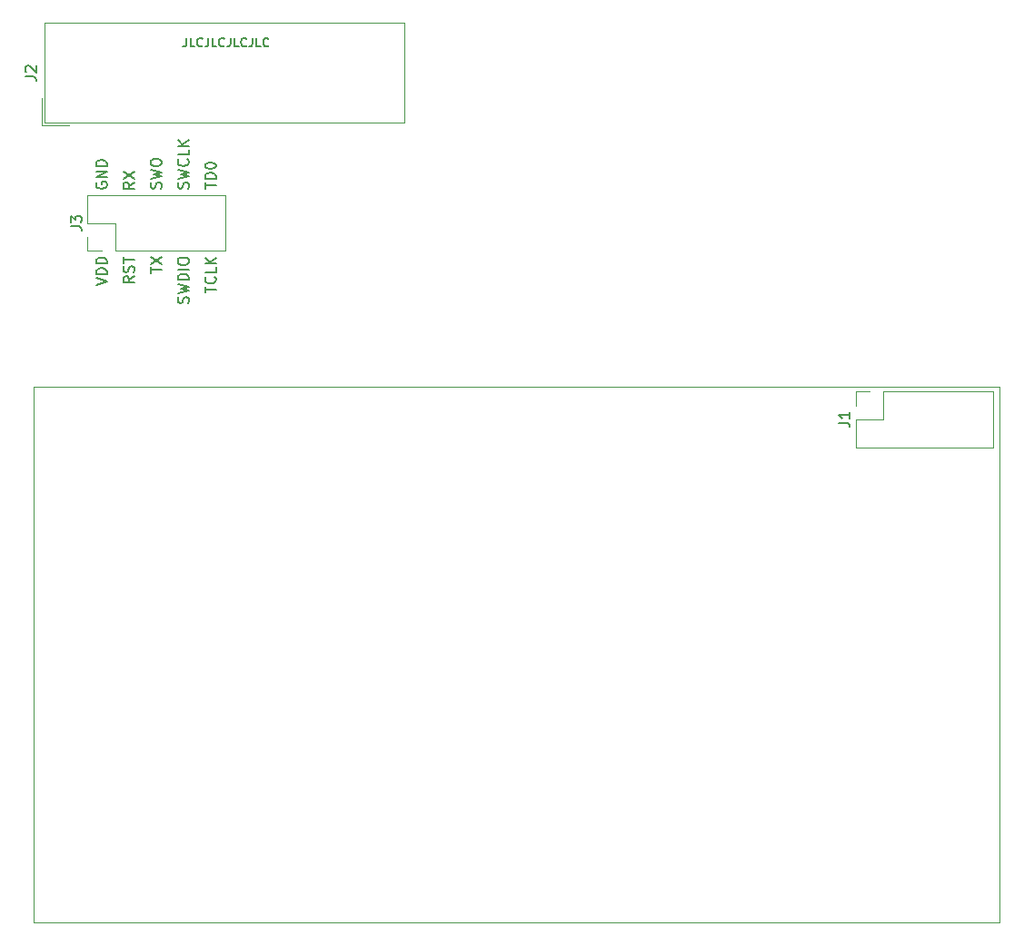
<source format=gbr>
G04 #@! TF.GenerationSoftware,KiCad,Pcbnew,5.1.5+dfsg1-2*
G04 #@! TF.CreationDate,2020-01-29T19:29:29+03:00*
G04 #@! TF.ProjectId,test-jig,74657374-2d6a-4696-972e-6b696361645f,rev?*
G04 #@! TF.SameCoordinates,Original*
G04 #@! TF.FileFunction,Legend,Top*
G04 #@! TF.FilePolarity,Positive*
%FSLAX46Y46*%
G04 Gerber Fmt 4.6, Leading zero omitted, Abs format (unit mm)*
G04 Created by KiCad (PCBNEW 5.1.5+dfsg1-2) date 2020-01-29 19:29:29*
%MOMM*%
%LPD*%
G04 APERTURE LIST*
%ADD10C,0.150000*%
%ADD11C,0.180000*%
%ADD12C,0.120000*%
G04 APERTURE END LIST*
D10*
X119240761Y-57473904D02*
X119240761Y-58045333D01*
X119202666Y-58159619D01*
X119126476Y-58235809D01*
X119012190Y-58273904D01*
X118936000Y-58273904D01*
X120002666Y-58273904D02*
X119621714Y-58273904D01*
X119621714Y-57473904D01*
X120726476Y-58197714D02*
X120688380Y-58235809D01*
X120574095Y-58273904D01*
X120497904Y-58273904D01*
X120383619Y-58235809D01*
X120307428Y-58159619D01*
X120269333Y-58083428D01*
X120231238Y-57931047D01*
X120231238Y-57816761D01*
X120269333Y-57664380D01*
X120307428Y-57588190D01*
X120383619Y-57512000D01*
X120497904Y-57473904D01*
X120574095Y-57473904D01*
X120688380Y-57512000D01*
X120726476Y-57550095D01*
X121297904Y-57473904D02*
X121297904Y-58045333D01*
X121259809Y-58159619D01*
X121183619Y-58235809D01*
X121069333Y-58273904D01*
X120993142Y-58273904D01*
X122059809Y-58273904D02*
X121678857Y-58273904D01*
X121678857Y-57473904D01*
X122783619Y-58197714D02*
X122745523Y-58235809D01*
X122631238Y-58273904D01*
X122555047Y-58273904D01*
X122440761Y-58235809D01*
X122364571Y-58159619D01*
X122326476Y-58083428D01*
X122288380Y-57931047D01*
X122288380Y-57816761D01*
X122326476Y-57664380D01*
X122364571Y-57588190D01*
X122440761Y-57512000D01*
X122555047Y-57473904D01*
X122631238Y-57473904D01*
X122745523Y-57512000D01*
X122783619Y-57550095D01*
X123355047Y-57473904D02*
X123355047Y-58045333D01*
X123316952Y-58159619D01*
X123240761Y-58235809D01*
X123126476Y-58273904D01*
X123050285Y-58273904D01*
X124116952Y-58273904D02*
X123736000Y-58273904D01*
X123736000Y-57473904D01*
X124840761Y-58197714D02*
X124802666Y-58235809D01*
X124688380Y-58273904D01*
X124612190Y-58273904D01*
X124497904Y-58235809D01*
X124421714Y-58159619D01*
X124383619Y-58083428D01*
X124345523Y-57931047D01*
X124345523Y-57816761D01*
X124383619Y-57664380D01*
X124421714Y-57588190D01*
X124497904Y-57512000D01*
X124612190Y-57473904D01*
X124688380Y-57473904D01*
X124802666Y-57512000D01*
X124840761Y-57550095D01*
X125412190Y-57473904D02*
X125412190Y-58045333D01*
X125374095Y-58159619D01*
X125297904Y-58235809D01*
X125183619Y-58273904D01*
X125107428Y-58273904D01*
X126174095Y-58273904D02*
X125793142Y-58273904D01*
X125793142Y-57473904D01*
X126897904Y-58197714D02*
X126859809Y-58235809D01*
X126745523Y-58273904D01*
X126669333Y-58273904D01*
X126555047Y-58235809D01*
X126478857Y-58159619D01*
X126440761Y-58083428D01*
X126402666Y-57931047D01*
X126402666Y-57816761D01*
X126440761Y-57664380D01*
X126478857Y-57588190D01*
X126555047Y-57512000D01*
X126669333Y-57473904D01*
X126745523Y-57473904D01*
X126859809Y-57512000D01*
X126897904Y-57550095D01*
D11*
X120992380Y-81243190D02*
X120992380Y-80671761D01*
X121992380Y-80957476D02*
X120992380Y-80957476D01*
X121897142Y-79767000D02*
X121944761Y-79814619D01*
X121992380Y-79957476D01*
X121992380Y-80052714D01*
X121944761Y-80195571D01*
X121849523Y-80290809D01*
X121754285Y-80338428D01*
X121563809Y-80386047D01*
X121420952Y-80386047D01*
X121230476Y-80338428D01*
X121135238Y-80290809D01*
X121040000Y-80195571D01*
X120992380Y-80052714D01*
X120992380Y-79957476D01*
X121040000Y-79814619D01*
X121087619Y-79767000D01*
X121992380Y-78862238D02*
X121992380Y-79338428D01*
X120992380Y-79338428D01*
X121992380Y-78528904D02*
X120992380Y-78528904D01*
X121992380Y-77957476D02*
X121420952Y-78386047D01*
X120992380Y-77957476D02*
X121563809Y-78528904D01*
X119404761Y-82195571D02*
X119452380Y-82052714D01*
X119452380Y-81814619D01*
X119404761Y-81719380D01*
X119357142Y-81671761D01*
X119261904Y-81624142D01*
X119166666Y-81624142D01*
X119071428Y-81671761D01*
X119023809Y-81719380D01*
X118976190Y-81814619D01*
X118928571Y-82005095D01*
X118880952Y-82100333D01*
X118833333Y-82147952D01*
X118738095Y-82195571D01*
X118642857Y-82195571D01*
X118547619Y-82147952D01*
X118500000Y-82100333D01*
X118452380Y-82005095D01*
X118452380Y-81767000D01*
X118500000Y-81624142D01*
X118452380Y-81290809D02*
X119452380Y-81052714D01*
X118738095Y-80862238D01*
X119452380Y-80671761D01*
X118452380Y-80433666D01*
X119452380Y-80052714D02*
X118452380Y-80052714D01*
X118452380Y-79814619D01*
X118500000Y-79671761D01*
X118595238Y-79576523D01*
X118690476Y-79528904D01*
X118880952Y-79481285D01*
X119023809Y-79481285D01*
X119214285Y-79528904D01*
X119309523Y-79576523D01*
X119404761Y-79671761D01*
X119452380Y-79814619D01*
X119452380Y-80052714D01*
X119452380Y-79052714D02*
X118452380Y-79052714D01*
X118452380Y-78386047D02*
X118452380Y-78195571D01*
X118500000Y-78100333D01*
X118595238Y-78005095D01*
X118785714Y-77957476D01*
X119119047Y-77957476D01*
X119309523Y-78005095D01*
X119404761Y-78100333D01*
X119452380Y-78195571D01*
X119452380Y-78386047D01*
X119404761Y-78481285D01*
X119309523Y-78576523D01*
X119119047Y-78624142D01*
X118785714Y-78624142D01*
X118595238Y-78576523D01*
X118500000Y-78481285D01*
X118452380Y-78386047D01*
X115942880Y-79386047D02*
X115942880Y-78814619D01*
X116942880Y-79100333D02*
X115942880Y-79100333D01*
X115942880Y-78576523D02*
X116942880Y-77909857D01*
X115942880Y-77909857D02*
X116942880Y-78576523D01*
X114372380Y-79713761D02*
X113896190Y-80047095D01*
X114372380Y-80285190D02*
X113372380Y-80285190D01*
X113372380Y-79904238D01*
X113420000Y-79809000D01*
X113467619Y-79761380D01*
X113562857Y-79713761D01*
X113705714Y-79713761D01*
X113800952Y-79761380D01*
X113848571Y-79809000D01*
X113896190Y-79904238D01*
X113896190Y-80285190D01*
X114324761Y-79332809D02*
X114372380Y-79189952D01*
X114372380Y-78951857D01*
X114324761Y-78856619D01*
X114277142Y-78809000D01*
X114181904Y-78761380D01*
X114086666Y-78761380D01*
X113991428Y-78809000D01*
X113943809Y-78856619D01*
X113896190Y-78951857D01*
X113848571Y-79142333D01*
X113800952Y-79237571D01*
X113753333Y-79285190D01*
X113658095Y-79332809D01*
X113562857Y-79332809D01*
X113467619Y-79285190D01*
X113420000Y-79237571D01*
X113372380Y-79142333D01*
X113372380Y-78904238D01*
X113420000Y-78761380D01*
X113372380Y-78475666D02*
X113372380Y-77904238D01*
X114372380Y-78189952D02*
X113372380Y-78189952D01*
X110832380Y-80528904D02*
X111832380Y-80195571D01*
X110832380Y-79862238D01*
X111832380Y-79528904D02*
X110832380Y-79528904D01*
X110832380Y-79290809D01*
X110880000Y-79147952D01*
X110975238Y-79052714D01*
X111070476Y-79005095D01*
X111260952Y-78957476D01*
X111403809Y-78957476D01*
X111594285Y-79005095D01*
X111689523Y-79052714D01*
X111784761Y-79147952D01*
X111832380Y-79290809D01*
X111832380Y-79528904D01*
X111832380Y-78528904D02*
X110832380Y-78528904D01*
X110832380Y-78290809D01*
X110880000Y-78147952D01*
X110975238Y-78052714D01*
X111070476Y-78005095D01*
X111260952Y-77957476D01*
X111403809Y-77957476D01*
X111594285Y-78005095D01*
X111689523Y-78052714D01*
X111784761Y-78147952D01*
X111832380Y-78290809D01*
X111832380Y-78528904D01*
X120992380Y-71524404D02*
X120992380Y-70952976D01*
X121992380Y-71238690D02*
X120992380Y-71238690D01*
X121992380Y-70619642D02*
X120992380Y-70619642D01*
X120992380Y-70381547D01*
X121040000Y-70238690D01*
X121135238Y-70143452D01*
X121230476Y-70095833D01*
X121420952Y-70048214D01*
X121563809Y-70048214D01*
X121754285Y-70095833D01*
X121849523Y-70143452D01*
X121944761Y-70238690D01*
X121992380Y-70381547D01*
X121992380Y-70619642D01*
X120992380Y-69429166D02*
X120992380Y-69333928D01*
X121040000Y-69238690D01*
X121087619Y-69191071D01*
X121182857Y-69143452D01*
X121373333Y-69095833D01*
X121611428Y-69095833D01*
X121801904Y-69143452D01*
X121897142Y-69191071D01*
X121944761Y-69238690D01*
X121992380Y-69333928D01*
X121992380Y-69429166D01*
X121944761Y-69524404D01*
X121897142Y-69572023D01*
X121801904Y-69619642D01*
X121611428Y-69667261D01*
X121373333Y-69667261D01*
X121182857Y-69619642D01*
X121087619Y-69572023D01*
X121040000Y-69524404D01*
X120992380Y-69429166D01*
X119404761Y-71508404D02*
X119452380Y-71365547D01*
X119452380Y-71127452D01*
X119404761Y-71032214D01*
X119357142Y-70984595D01*
X119261904Y-70936976D01*
X119166666Y-70936976D01*
X119071428Y-70984595D01*
X119023809Y-71032214D01*
X118976190Y-71127452D01*
X118928571Y-71317928D01*
X118880952Y-71413166D01*
X118833333Y-71460785D01*
X118738095Y-71508404D01*
X118642857Y-71508404D01*
X118547619Y-71460785D01*
X118500000Y-71413166D01*
X118452380Y-71317928D01*
X118452380Y-71079833D01*
X118500000Y-70936976D01*
X118452380Y-70603642D02*
X119452380Y-70365547D01*
X118738095Y-70175071D01*
X119452380Y-69984595D01*
X118452380Y-69746500D01*
X119357142Y-68794119D02*
X119404761Y-68841738D01*
X119452380Y-68984595D01*
X119452380Y-69079833D01*
X119404761Y-69222690D01*
X119309523Y-69317928D01*
X119214285Y-69365547D01*
X119023809Y-69413166D01*
X118880952Y-69413166D01*
X118690476Y-69365547D01*
X118595238Y-69317928D01*
X118500000Y-69222690D01*
X118452380Y-69079833D01*
X118452380Y-68984595D01*
X118500000Y-68841738D01*
X118547619Y-68794119D01*
X119452380Y-67889357D02*
X119452380Y-68365547D01*
X118452380Y-68365547D01*
X119452380Y-67556023D02*
X118452380Y-67556023D01*
X119452380Y-66984595D02*
X118880952Y-67413166D01*
X118452380Y-66984595D02*
X119023809Y-67556023D01*
X116864761Y-71516452D02*
X116912380Y-71373595D01*
X116912380Y-71135500D01*
X116864761Y-71040261D01*
X116817142Y-70992642D01*
X116721904Y-70945023D01*
X116626666Y-70945023D01*
X116531428Y-70992642D01*
X116483809Y-71040261D01*
X116436190Y-71135500D01*
X116388571Y-71325976D01*
X116340952Y-71421214D01*
X116293333Y-71468833D01*
X116198095Y-71516452D01*
X116102857Y-71516452D01*
X116007619Y-71468833D01*
X115960000Y-71421214D01*
X115912380Y-71325976D01*
X115912380Y-71087880D01*
X115960000Y-70945023D01*
X115912380Y-70611690D02*
X116912380Y-70373595D01*
X116198095Y-70183119D01*
X116912380Y-69992642D01*
X115912380Y-69754547D01*
X115912380Y-69183119D02*
X115912380Y-68992642D01*
X115960000Y-68897404D01*
X116055238Y-68802166D01*
X116245714Y-68754547D01*
X116579047Y-68754547D01*
X116769523Y-68802166D01*
X116864761Y-68897404D01*
X116912380Y-68992642D01*
X116912380Y-69183119D01*
X116864761Y-69278357D01*
X116769523Y-69373595D01*
X116579047Y-69421214D01*
X116245714Y-69421214D01*
X116055238Y-69373595D01*
X115960000Y-69278357D01*
X115912380Y-69183119D01*
X114372380Y-70937166D02*
X113896190Y-71270500D01*
X114372380Y-71508595D02*
X113372380Y-71508595D01*
X113372380Y-71127642D01*
X113420000Y-71032404D01*
X113467619Y-70984785D01*
X113562857Y-70937166D01*
X113705714Y-70937166D01*
X113800952Y-70984785D01*
X113848571Y-71032404D01*
X113896190Y-71127642D01*
X113896190Y-71508595D01*
X113372380Y-70603833D02*
X114372380Y-69937166D01*
X113372380Y-69937166D02*
X114372380Y-70603833D01*
X110880000Y-70960904D02*
X110832380Y-71056142D01*
X110832380Y-71199000D01*
X110880000Y-71341857D01*
X110975238Y-71437095D01*
X111070476Y-71484714D01*
X111260952Y-71532333D01*
X111403809Y-71532333D01*
X111594285Y-71484714D01*
X111689523Y-71437095D01*
X111784761Y-71341857D01*
X111832380Y-71199000D01*
X111832380Y-71103761D01*
X111784761Y-70960904D01*
X111737142Y-70913285D01*
X111403809Y-70913285D01*
X111403809Y-71103761D01*
X111832380Y-70484714D02*
X110832380Y-70484714D01*
X111832380Y-69913285D01*
X110832380Y-69913285D01*
X111832380Y-69437095D02*
X110832380Y-69437095D01*
X110832380Y-69199000D01*
X110880000Y-69056142D01*
X110975238Y-68960904D01*
X111070476Y-68913285D01*
X111260952Y-68865666D01*
X111403809Y-68865666D01*
X111594285Y-68913285D01*
X111689523Y-68960904D01*
X111784761Y-69056142D01*
X111832380Y-69199000D01*
X111832380Y-69437095D01*
D12*
X195000000Y-140000000D02*
X105000000Y-140000000D01*
X195000000Y-90000000D02*
X195000000Y-140000000D01*
X105000000Y-90000000D02*
X195000000Y-90000000D01*
X105000000Y-140000000D02*
X105000000Y-90000000D01*
X181603300Y-90450600D02*
X181603300Y-91780600D01*
X182933300Y-90450600D02*
X181603300Y-90450600D01*
X181603300Y-93050600D02*
X181603300Y-95650600D01*
X184203300Y-93050600D02*
X181603300Y-93050600D01*
X184203300Y-90450600D02*
X184203300Y-93050600D01*
X181603300Y-95650600D02*
X194423300Y-95650600D01*
X184203300Y-90450600D02*
X194423300Y-90450600D01*
X194423300Y-90450600D02*
X194423300Y-95650600D01*
X110050000Y-77330000D02*
X110050000Y-76000000D01*
X111380000Y-77330000D02*
X110050000Y-77330000D01*
X110050000Y-74730000D02*
X110050000Y-72130000D01*
X112650000Y-74730000D02*
X110050000Y-74730000D01*
X112650000Y-77330000D02*
X112650000Y-74730000D01*
X110050000Y-72130000D02*
X122870000Y-72130000D01*
X112650000Y-77330000D02*
X122870000Y-77330000D01*
X122870000Y-77330000D02*
X122870000Y-72130000D01*
X106030000Y-56055000D02*
X139590000Y-56055000D01*
X139590000Y-56055000D02*
X139590000Y-65405000D01*
X139590000Y-65405000D02*
X106030000Y-65405000D01*
X106030000Y-65405000D02*
X106030000Y-56055000D01*
X105780000Y-65655000D02*
X108320000Y-65655000D01*
X105780000Y-65655000D02*
X105780000Y-63115000D01*
D10*
X180055680Y-93383933D02*
X180769966Y-93383933D01*
X180912823Y-93431552D01*
X181008061Y-93526790D01*
X181055680Y-93669647D01*
X181055680Y-93764885D01*
X181055680Y-92383933D02*
X181055680Y-92955361D01*
X181055680Y-92669647D02*
X180055680Y-92669647D01*
X180198538Y-92764885D01*
X180293776Y-92860123D01*
X180341395Y-92955361D01*
X108502380Y-75063333D02*
X109216666Y-75063333D01*
X109359523Y-75110952D01*
X109454761Y-75206190D01*
X109502380Y-75349047D01*
X109502380Y-75444285D01*
X108502380Y-74682380D02*
X108502380Y-74063333D01*
X108883333Y-74396666D01*
X108883333Y-74253809D01*
X108930952Y-74158571D01*
X108978571Y-74110952D01*
X109073809Y-74063333D01*
X109311904Y-74063333D01*
X109407142Y-74110952D01*
X109454761Y-74158571D01*
X109502380Y-74253809D01*
X109502380Y-74539523D01*
X109454761Y-74634761D01*
X109407142Y-74682380D01*
X104228380Y-61063333D02*
X104942666Y-61063333D01*
X105085523Y-61110952D01*
X105180761Y-61206190D01*
X105228380Y-61349047D01*
X105228380Y-61444285D01*
X104323619Y-60634761D02*
X104276000Y-60587142D01*
X104228380Y-60491904D01*
X104228380Y-60253809D01*
X104276000Y-60158571D01*
X104323619Y-60110952D01*
X104418857Y-60063333D01*
X104514095Y-60063333D01*
X104656952Y-60110952D01*
X105228380Y-60682380D01*
X105228380Y-60063333D01*
M02*

</source>
